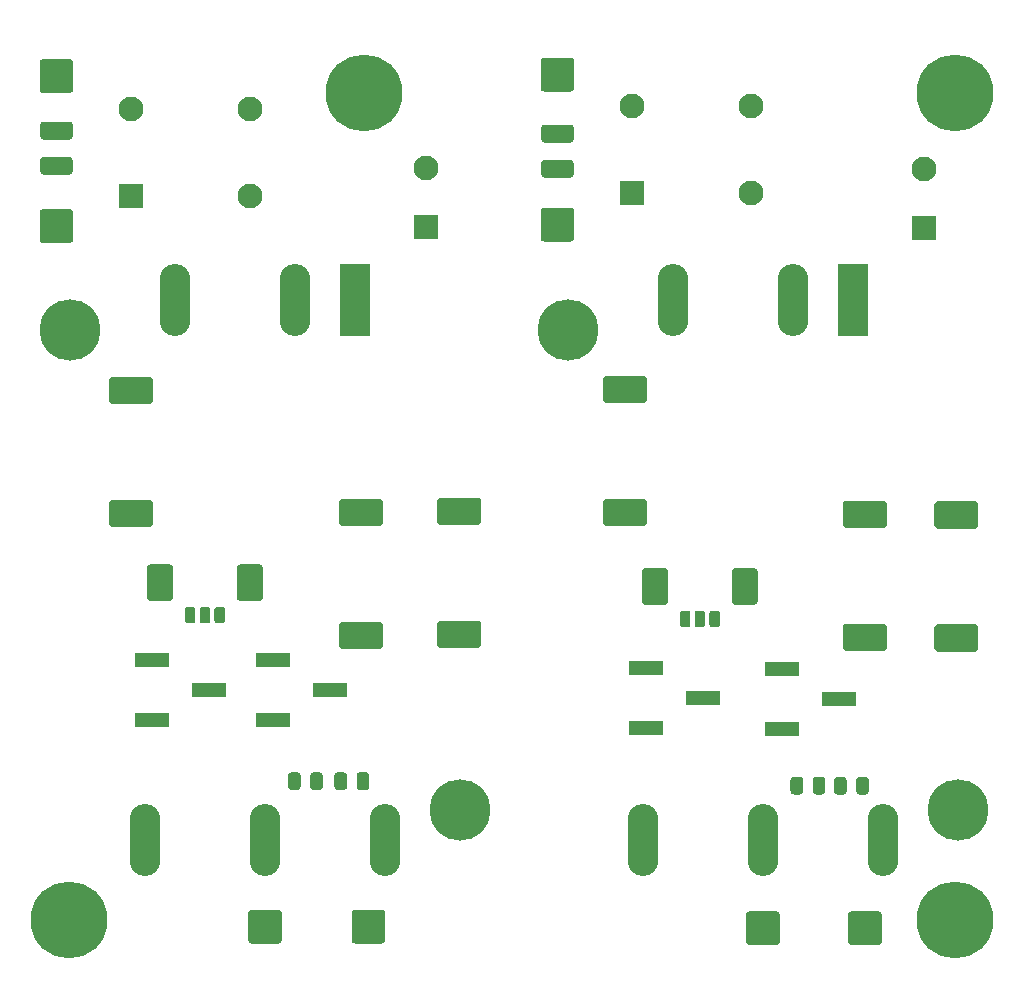
<source format=gts>
G04 #@! TF.GenerationSoftware,KiCad,Pcbnew,5.1.6+dfsg1-1~bpo9+1*
G04 #@! TF.CreationDate,2022-04-04T20:49:37+02:00*
G04 #@! TF.ProjectId,sdrtrx-traco,73647274-7278-42d7-9472-61636f2e6b69,1*
G04 #@! TF.SameCoordinates,Original*
G04 #@! TF.FileFunction,Soldermask,Top*
G04 #@! TF.FilePolarity,Negative*
%FSLAX46Y46*%
G04 Gerber Fmt 4.6, Leading zero omitted, Abs format (unit mm)*
G04 Created by KiCad (PCBNEW 5.1.6+dfsg1-1~bpo9+1) date 2022-04-04 20:49:37*
%MOMM*%
%LPD*%
G01*
G04 APERTURE LIST*
%ADD10C,2.100000*%
%ADD11R,2.100000X2.100000*%
%ADD12R,2.890000X1.290000*%
%ADD13C,5.180000*%
%ADD14O,2.600000X6.100001*%
%ADD15R,2.600000X6.100000*%
%ADD16O,2.600000X6.100000*%
%ADD17C,6.500000*%
G04 APERTURE END LIST*
G36*
G01*
X11920700Y48710200D02*
X8602500Y48710200D01*
G75*
G02*
X8411600Y48901100I0J190900D01*
G01*
X8411600Y50819300D01*
G75*
G02*
X8602500Y51010200I190900J0D01*
G01*
X11920700Y51010200D01*
G75*
G02*
X12111600Y50819300I0J-190900D01*
G01*
X12111600Y48901100D01*
G75*
G02*
X11920700Y48710200I-190900J0D01*
G01*
G37*
G36*
G01*
X11920700Y38296200D02*
X8602500Y38296200D01*
G75*
G02*
X8411600Y38487100I0J190900D01*
G01*
X8411600Y40405300D01*
G75*
G02*
X8602500Y40596200I190900J0D01*
G01*
X11920700Y40596200D01*
G75*
G02*
X12111600Y40405300I0J-190900D01*
G01*
X12111600Y38487100D01*
G75*
G02*
X11920700Y38296200I-190900J0D01*
G01*
G37*
G36*
G01*
X39708300Y38461300D02*
X36390100Y38461300D01*
G75*
G02*
X36199200Y38652200I0J190900D01*
G01*
X36199200Y40570400D01*
G75*
G02*
X36390100Y40761300I190900J0D01*
G01*
X39708300Y40761300D01*
G75*
G02*
X39899200Y40570400I0J-190900D01*
G01*
X39899200Y38652200D01*
G75*
G02*
X39708300Y38461300I-190900J0D01*
G01*
G37*
G36*
G01*
X39708300Y28047300D02*
X36390100Y28047300D01*
G75*
G02*
X36199200Y28238200I0J190900D01*
G01*
X36199200Y30156400D01*
G75*
G02*
X36390100Y30347300I190900J0D01*
G01*
X39708300Y30347300D01*
G75*
G02*
X39899200Y30156400I0J-190900D01*
G01*
X39899200Y28238200D01*
G75*
G02*
X39708300Y28047300I-190900J0D01*
G01*
G37*
G36*
G01*
X53741800Y48799100D02*
X50423600Y48799100D01*
G75*
G02*
X50232700Y48990000I0J190900D01*
G01*
X50232700Y50908200D01*
G75*
G02*
X50423600Y51099100I190900J0D01*
G01*
X53741800Y51099100D01*
G75*
G02*
X53932700Y50908200I0J-190900D01*
G01*
X53932700Y48990000D01*
G75*
G02*
X53741800Y48799100I-190900J0D01*
G01*
G37*
G36*
G01*
X53741800Y38385100D02*
X50423600Y38385100D01*
G75*
G02*
X50232700Y38576000I0J190900D01*
G01*
X50232700Y40494200D01*
G75*
G02*
X50423600Y40685100I190900J0D01*
G01*
X53741800Y40685100D01*
G75*
G02*
X53932700Y40494200I0J-190900D01*
G01*
X53932700Y38576000D01*
G75*
G02*
X53741800Y38385100I-190900J0D01*
G01*
G37*
G36*
G01*
X81783400Y38156500D02*
X78465200Y38156500D01*
G75*
G02*
X78274300Y38347400I0J190900D01*
G01*
X78274300Y40265600D01*
G75*
G02*
X78465200Y40456500I190900J0D01*
G01*
X81783400Y40456500D01*
G75*
G02*
X81974300Y40265600I0J-190900D01*
G01*
X81974300Y38347400D01*
G75*
G02*
X81783400Y38156500I-190900J0D01*
G01*
G37*
G36*
G01*
X81783400Y27742500D02*
X78465200Y27742500D01*
G75*
G02*
X78274300Y27933400I0J190900D01*
G01*
X78274300Y29851600D01*
G75*
G02*
X78465200Y30042500I190900J0D01*
G01*
X81783400Y30042500D01*
G75*
G02*
X81974300Y29851600I0J-190900D01*
G01*
X81974300Y27933400D01*
G75*
G02*
X81783400Y27742500I-190900J0D01*
G01*
G37*
G36*
G01*
X74049100Y38220000D02*
X70730900Y38220000D01*
G75*
G02*
X70540000Y38410900I0J190900D01*
G01*
X70540000Y40329100D01*
G75*
G02*
X70730900Y40520000I190900J0D01*
G01*
X74049100Y40520000D01*
G75*
G02*
X74240000Y40329100I0J-190900D01*
G01*
X74240000Y38410900D01*
G75*
G02*
X74049100Y38220000I-190900J0D01*
G01*
G37*
G36*
G01*
X74049100Y27806000D02*
X70730900Y27806000D01*
G75*
G02*
X70540000Y27996900I0J190900D01*
G01*
X70540000Y29915100D01*
G75*
G02*
X70730900Y30106000I190900J0D01*
G01*
X74049100Y30106000D01*
G75*
G02*
X74240000Y29915100I0J-190900D01*
G01*
X74240000Y27996900D01*
G75*
G02*
X74049100Y27806000I-190900J0D01*
G01*
G37*
G36*
G01*
X28058900Y30233000D02*
X31377100Y30233000D01*
G75*
G02*
X31568000Y30042100I0J-190900D01*
G01*
X31568000Y28123900D01*
G75*
G02*
X31377100Y27933000I-190900J0D01*
G01*
X28058900Y27933000D01*
G75*
G02*
X27868000Y28123900I0J190900D01*
G01*
X27868000Y30042100D01*
G75*
G02*
X28058900Y30233000I190900J0D01*
G01*
G37*
G36*
G01*
X28058900Y40647000D02*
X31377100Y40647000D01*
G75*
G02*
X31568000Y40456100I0J-190900D01*
G01*
X31568000Y38537900D01*
G75*
G02*
X31377100Y38347000I-190900J0D01*
G01*
X28058900Y38347000D01*
G75*
G02*
X27868000Y38537900I0J190900D01*
G01*
X27868000Y40456100D01*
G75*
G02*
X28058900Y40647000I190900J0D01*
G01*
G37*
D10*
X77393800Y68627000D03*
D11*
X77393800Y63627000D03*
D10*
X35255200Y68677800D03*
D11*
X35255200Y63677800D03*
G36*
G01*
X47462456Y70829000D02*
X45247544Y70829000D01*
G75*
G02*
X44980000Y71096544I0J267544D01*
G01*
X44980000Y72086456D01*
G75*
G02*
X45247544Y72354000I267544J0D01*
G01*
X47462456Y72354000D01*
G75*
G02*
X47730000Y72086456I0J-267544D01*
G01*
X47730000Y71096544D01*
G75*
G02*
X47462456Y70829000I-267544J0D01*
G01*
G37*
G36*
G01*
X47462456Y67854000D02*
X45247544Y67854000D01*
G75*
G02*
X44980000Y68121544I0J267544D01*
G01*
X44980000Y69111456D01*
G75*
G02*
X45247544Y69379000I267544J0D01*
G01*
X47462456Y69379000D01*
G75*
G02*
X47730000Y69111456I0J-267544D01*
G01*
X47730000Y68121544D01*
G75*
G02*
X47462456Y67854000I-267544J0D01*
G01*
G37*
G36*
G01*
X5044456Y71083000D02*
X2829544Y71083000D01*
G75*
G02*
X2562000Y71350544I0J267544D01*
G01*
X2562000Y72340456D01*
G75*
G02*
X2829544Y72608000I267544J0D01*
G01*
X5044456Y72608000D01*
G75*
G02*
X5312000Y72340456I0J-267544D01*
G01*
X5312000Y71350544D01*
G75*
G02*
X5044456Y71083000I-267544J0D01*
G01*
G37*
G36*
G01*
X5044456Y68108000D02*
X2829544Y68108000D01*
G75*
G02*
X2562000Y68375544I0J267544D01*
G01*
X2562000Y69365456D01*
G75*
G02*
X2829544Y69633000I267544J0D01*
G01*
X5044456Y69633000D01*
G75*
G02*
X5312000Y69365456I0J-267544D01*
G01*
X5312000Y68375544D01*
G75*
G02*
X5044456Y68108000I-267544J0D01*
G01*
G37*
G36*
G01*
X55720000Y34538095D02*
X55720000Y31961905D01*
G75*
G02*
X55458095Y31700000I-261905J0D01*
G01*
X53781905Y31700000D01*
G75*
G02*
X53520000Y31961905I0J261905D01*
G01*
X53520000Y34538095D01*
G75*
G02*
X53781905Y34800000I261905J0D01*
G01*
X55458095Y34800000D01*
G75*
G02*
X55720000Y34538095I0J-261905D01*
G01*
G37*
G36*
G01*
X63320000Y34538095D02*
X63320000Y31961905D01*
G75*
G02*
X63058095Y31700000I-261905J0D01*
G01*
X61381905Y31700000D01*
G75*
G02*
X61120000Y31961905I0J261905D01*
G01*
X61120000Y34538095D01*
G75*
G02*
X61381905Y34800000I261905J0D01*
G01*
X63058095Y34800000D01*
G75*
G02*
X63320000Y34538095I0J-261905D01*
G01*
G37*
G36*
G01*
X57620000Y30975000D02*
X57620000Y30025000D01*
G75*
G02*
X57395000Y29800000I-225000J0D01*
G01*
X56945000Y29800000D01*
G75*
G02*
X56720000Y30025000I0J225000D01*
G01*
X56720000Y30975000D01*
G75*
G02*
X56945000Y31200000I225000J0D01*
G01*
X57395000Y31200000D01*
G75*
G02*
X57620000Y30975000I0J-225000D01*
G01*
G37*
G36*
G01*
X58870000Y30975000D02*
X58870000Y30025000D01*
G75*
G02*
X58645000Y29800000I-225000J0D01*
G01*
X58195000Y29800000D01*
G75*
G02*
X57970000Y30025000I0J225000D01*
G01*
X57970000Y30975000D01*
G75*
G02*
X58195000Y31200000I225000J0D01*
G01*
X58645000Y31200000D01*
G75*
G02*
X58870000Y30975000I0J-225000D01*
G01*
G37*
G36*
G01*
X60120000Y30975000D02*
X60120000Y30025000D01*
G75*
G02*
X59895000Y29800000I-225000J0D01*
G01*
X59445000Y29800000D01*
G75*
G02*
X59220000Y30025000I0J225000D01*
G01*
X59220000Y30975000D01*
G75*
G02*
X59445000Y31200000I225000J0D01*
G01*
X59895000Y31200000D01*
G75*
G02*
X60120000Y30975000I0J-225000D01*
G01*
G37*
D12*
X22286500Y21971000D03*
X27116500Y24511000D03*
X22286500Y27051000D03*
X53846000Y21272500D03*
X58676000Y23812500D03*
X53846000Y26352500D03*
X11999500Y21971000D03*
X16829500Y24511000D03*
X11999500Y27051000D03*
G36*
G01*
X28556000Y17245250D02*
X28556000Y16282750D01*
G75*
G02*
X28287250Y16014000I-268750J0D01*
G01*
X27749750Y16014000D01*
G75*
G02*
X27481000Y16282750I0J268750D01*
G01*
X27481000Y17245250D01*
G75*
G02*
X27749750Y17514000I268750J0D01*
G01*
X28287250Y17514000D01*
G75*
G02*
X28556000Y17245250I0J-268750D01*
G01*
G37*
G36*
G01*
X30431000Y17245250D02*
X30431000Y16282750D01*
G75*
G02*
X30162250Y16014000I-268750J0D01*
G01*
X29624750Y16014000D01*
G75*
G02*
X29356000Y16282750I0J268750D01*
G01*
X29356000Y17245250D01*
G75*
G02*
X29624750Y17514000I268750J0D01*
G01*
X30162250Y17514000D01*
G75*
G02*
X30431000Y17245250I0J-268750D01*
G01*
G37*
G36*
G01*
X70847000Y16864250D02*
X70847000Y15901750D01*
G75*
G02*
X70578250Y15633000I-268750J0D01*
G01*
X70040750Y15633000D01*
G75*
G02*
X69772000Y15901750I0J268750D01*
G01*
X69772000Y16864250D01*
G75*
G02*
X70040750Y17133000I268750J0D01*
G01*
X70578250Y17133000D01*
G75*
G02*
X70847000Y16864250I0J-268750D01*
G01*
G37*
G36*
G01*
X72722000Y16864250D02*
X72722000Y15901750D01*
G75*
G02*
X72453250Y15633000I-268750J0D01*
G01*
X71915750Y15633000D01*
G75*
G02*
X71647000Y15901750I0J268750D01*
G01*
X71647000Y16864250D01*
G75*
G02*
X71915750Y17133000I268750J0D01*
G01*
X72453250Y17133000D01*
G75*
G02*
X72722000Y16864250I0J-268750D01*
G01*
G37*
G36*
G01*
X25419000Y16282750D02*
X25419000Y17245250D01*
G75*
G02*
X25687750Y17514000I268750J0D01*
G01*
X26225250Y17514000D01*
G75*
G02*
X26494000Y17245250I0J-268750D01*
G01*
X26494000Y16282750D01*
G75*
G02*
X26225250Y16014000I-268750J0D01*
G01*
X25687750Y16014000D01*
G75*
G02*
X25419000Y16282750I0J268750D01*
G01*
G37*
G36*
G01*
X23544000Y16282750D02*
X23544000Y17245250D01*
G75*
G02*
X23812750Y17514000I268750J0D01*
G01*
X24350250Y17514000D01*
G75*
G02*
X24619000Y17245250I0J-268750D01*
G01*
X24619000Y16282750D01*
G75*
G02*
X24350250Y16014000I-268750J0D01*
G01*
X23812750Y16014000D01*
G75*
G02*
X23544000Y16282750I0J268750D01*
G01*
G37*
G36*
G01*
X67964000Y15901750D02*
X67964000Y16864250D01*
G75*
G02*
X68232750Y17133000I268750J0D01*
G01*
X68770250Y17133000D01*
G75*
G02*
X69039000Y16864250I0J-268750D01*
G01*
X69039000Y15901750D01*
G75*
G02*
X68770250Y15633000I-268750J0D01*
G01*
X68232750Y15633000D01*
G75*
G02*
X67964000Y15901750I0J268750D01*
G01*
G37*
G36*
G01*
X66089000Y15901750D02*
X66089000Y16864250D01*
G75*
G02*
X66357750Y17133000I268750J0D01*
G01*
X66895250Y17133000D01*
G75*
G02*
X67164000Y16864250I0J-268750D01*
G01*
X67164000Y15901750D01*
G75*
G02*
X66895250Y15633000I-268750J0D01*
G01*
X66357750Y15633000D01*
G75*
G02*
X66089000Y15901750I0J268750D01*
G01*
G37*
D10*
X62705000Y73948000D03*
X62705000Y66548000D03*
X52705000Y73948000D03*
D11*
X52705000Y66548000D03*
G36*
G01*
X44930000Y75415090D02*
X44930000Y77746910D01*
G75*
G02*
X45189090Y78006000I259090J0D01*
G01*
X47520910Y78006000D01*
G75*
G02*
X47780000Y77746910I0J-259090D01*
G01*
X47780000Y75415090D01*
G75*
G02*
X47520910Y75156000I-259090J0D01*
G01*
X45189090Y75156000D01*
G75*
G02*
X44930000Y75415090I0J259090D01*
G01*
G37*
G36*
G01*
X44930000Y62715090D02*
X44930000Y65046910D01*
G75*
G02*
X45189090Y65306000I259090J0D01*
G01*
X47520910Y65306000D01*
G75*
G02*
X47780000Y65046910I0J-259090D01*
G01*
X47780000Y62715090D01*
G75*
G02*
X47520910Y62456000I-259090J0D01*
G01*
X45189090Y62456000D01*
G75*
G02*
X44930000Y62715090I0J259090D01*
G01*
G37*
D12*
X65403000Y21145500D03*
X70233000Y23685500D03*
X65403000Y26225500D03*
D13*
X80264000Y14351000D03*
X47244000Y54991000D03*
D14*
X53594000Y11811000D03*
X73914000Y11811000D03*
D15*
X71374000Y57531000D03*
D16*
X66294000Y57531000D03*
D14*
X56134000Y57531000D03*
X63754000Y11811000D03*
D13*
X38100000Y14351000D03*
X5080000Y54991000D03*
D14*
X11430000Y11811000D03*
X31750000Y11811000D03*
D15*
X29210000Y57531000D03*
D16*
X24130000Y57531000D03*
D14*
X13970000Y57531000D03*
X21590000Y11811000D03*
G36*
G01*
X13810000Y34855595D02*
X13810000Y32279405D01*
G75*
G02*
X13548095Y32017500I-261905J0D01*
G01*
X11871905Y32017500D01*
G75*
G02*
X11610000Y32279405I0J261905D01*
G01*
X11610000Y34855595D01*
G75*
G02*
X11871905Y35117500I261905J0D01*
G01*
X13548095Y35117500D01*
G75*
G02*
X13810000Y34855595I0J-261905D01*
G01*
G37*
G36*
G01*
X21410000Y34855595D02*
X21410000Y32279405D01*
G75*
G02*
X21148095Y32017500I-261905J0D01*
G01*
X19471905Y32017500D01*
G75*
G02*
X19210000Y32279405I0J261905D01*
G01*
X19210000Y34855595D01*
G75*
G02*
X19471905Y35117500I261905J0D01*
G01*
X21148095Y35117500D01*
G75*
G02*
X21410000Y34855595I0J-261905D01*
G01*
G37*
G36*
G01*
X15710000Y31292500D02*
X15710000Y30342500D01*
G75*
G02*
X15485000Y30117500I-225000J0D01*
G01*
X15035000Y30117500D01*
G75*
G02*
X14810000Y30342500I0J225000D01*
G01*
X14810000Y31292500D01*
G75*
G02*
X15035000Y31517500I225000J0D01*
G01*
X15485000Y31517500D01*
G75*
G02*
X15710000Y31292500I0J-225000D01*
G01*
G37*
G36*
G01*
X16960000Y31292500D02*
X16960000Y30342500D01*
G75*
G02*
X16735000Y30117500I-225000J0D01*
G01*
X16285000Y30117500D01*
G75*
G02*
X16060000Y30342500I0J225000D01*
G01*
X16060000Y31292500D01*
G75*
G02*
X16285000Y31517500I225000J0D01*
G01*
X16735000Y31517500D01*
G75*
G02*
X16960000Y31292500I0J-225000D01*
G01*
G37*
G36*
G01*
X18210000Y31292500D02*
X18210000Y30342500D01*
G75*
G02*
X17985000Y30117500I-225000J0D01*
G01*
X17535000Y30117500D01*
G75*
G02*
X17310000Y30342500I0J225000D01*
G01*
X17310000Y31292500D01*
G75*
G02*
X17535000Y31517500I225000J0D01*
G01*
X17985000Y31517500D01*
G75*
G02*
X18210000Y31292500I0J-225000D01*
G01*
G37*
G36*
G01*
X20424090Y5870000D02*
X22755910Y5870000D01*
G75*
G02*
X23015000Y5610910I0J-259090D01*
G01*
X23015000Y3279090D01*
G75*
G02*
X22755910Y3020000I-259090J0D01*
G01*
X20424090Y3020000D01*
G75*
G02*
X20165000Y3279090I0J259090D01*
G01*
X20165000Y5610910D01*
G75*
G02*
X20424090Y5870000I259090J0D01*
G01*
G37*
G36*
G01*
X29187090Y5870000D02*
X31518910Y5870000D01*
G75*
G02*
X31778000Y5610910I0J-259090D01*
G01*
X31778000Y3279090D01*
G75*
G02*
X31518910Y3020000I-259090J0D01*
G01*
X29187090Y3020000D01*
G75*
G02*
X28928000Y3279090I0J259090D01*
G01*
X28928000Y5610910D01*
G75*
G02*
X29187090Y5870000I259090J0D01*
G01*
G37*
G36*
G01*
X62588090Y5743000D02*
X64919910Y5743000D01*
G75*
G02*
X65179000Y5483910I0J-259090D01*
G01*
X65179000Y3152090D01*
G75*
G02*
X64919910Y2893000I-259090J0D01*
G01*
X62588090Y2893000D01*
G75*
G02*
X62329000Y3152090I0J259090D01*
G01*
X62329000Y5483910D01*
G75*
G02*
X62588090Y5743000I259090J0D01*
G01*
G37*
G36*
G01*
X71224090Y5743000D02*
X73555910Y5743000D01*
G75*
G02*
X73815000Y5483910I0J-259090D01*
G01*
X73815000Y3152090D01*
G75*
G02*
X73555910Y2893000I-259090J0D01*
G01*
X71224090Y2893000D01*
G75*
G02*
X70965000Y3152090I0J259090D01*
G01*
X70965000Y5483910D01*
G75*
G02*
X71224090Y5743000I259090J0D01*
G01*
G37*
G36*
G01*
X5362000Y77619910D02*
X5362000Y75288090D01*
G75*
G02*
X5102910Y75029000I-259090J0D01*
G01*
X2771090Y75029000D01*
G75*
G02*
X2512000Y75288090I0J259090D01*
G01*
X2512000Y77619910D01*
G75*
G02*
X2771090Y77879000I259090J0D01*
G01*
X5102910Y77879000D01*
G75*
G02*
X5362000Y77619910I0J-259090D01*
G01*
G37*
G36*
G01*
X5362000Y64919910D02*
X5362000Y62588090D01*
G75*
G02*
X5102910Y62329000I-259090J0D01*
G01*
X2771090Y62329000D01*
G75*
G02*
X2512000Y62588090I0J259090D01*
G01*
X2512000Y64919910D01*
G75*
G02*
X2771090Y65179000I259090J0D01*
G01*
X5102910Y65179000D01*
G75*
G02*
X5362000Y64919910I0J-259090D01*
G01*
G37*
D10*
X20287000Y73694000D03*
X20287000Y66294000D03*
X10287000Y73694000D03*
D11*
X10287000Y66294000D03*
D17*
X80000000Y75010000D03*
X80000000Y5010000D03*
X30000000Y75010000D03*
X5000000Y5010000D03*
M02*

</source>
